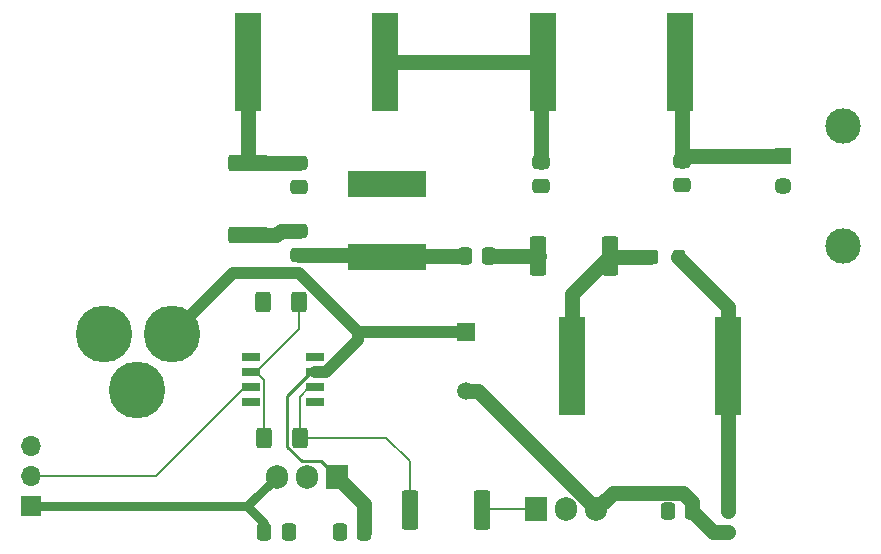
<source format=gtl>
%TF.GenerationSoftware,KiCad,Pcbnew,8.0.3-8.0.3-0~ubuntu23.10.1*%
%TF.CreationDate,2024-11-22T01:20:34-05:00*%
%TF.ProjectId,28mhz_class_e_amplifier_for_pi,32386d68-7a5f-4636-9c61-73735f655f61,alpha*%
%TF.SameCoordinates,Original*%
%TF.FileFunction,Copper,L1,Top*%
%TF.FilePolarity,Positive*%
%FSLAX46Y46*%
G04 Gerber Fmt 4.6, Leading zero omitted, Abs format (unit mm)*
G04 Created by KiCad (PCBNEW 8.0.3-8.0.3-0~ubuntu23.10.1) date 2024-11-22 01:20:34*
%MOMM*%
%LPD*%
G01*
G04 APERTURE LIST*
G04 Aperture macros list*
%AMRoundRect*
0 Rectangle with rounded corners*
0 $1 Rounding radius*
0 $2 $3 $4 $5 $6 $7 $8 $9 X,Y pos of 4 corners*
0 Add a 4 corners polygon primitive as box body*
4,1,4,$2,$3,$4,$5,$6,$7,$8,$9,$2,$3,0*
0 Add four circle primitives for the rounded corners*
1,1,$1+$1,$2,$3*
1,1,$1+$1,$4,$5*
1,1,$1+$1,$6,$7*
1,1,$1+$1,$8,$9*
0 Add four rect primitives between the rounded corners*
20,1,$1+$1,$2,$3,$4,$5,0*
20,1,$1+$1,$4,$5,$6,$7,0*
20,1,$1+$1,$6,$7,$8,$9,0*
20,1,$1+$1,$8,$9,$2,$3,0*%
G04 Aperture macros list end*
%TA.AperFunction,SMDPad,CuDef*%
%ADD10RoundRect,0.249999X-0.450001X-1.425001X0.450001X-1.425001X0.450001X1.425001X-0.450001X1.425001X0*%
%TD*%
%TA.AperFunction,SMDPad,CuDef*%
%ADD11RoundRect,0.250000X-0.337500X-0.475000X0.337500X-0.475000X0.337500X0.475000X-0.337500X0.475000X0*%
%TD*%
%TA.AperFunction,ComponentPad*%
%ADD12R,1.700000X1.700000*%
%TD*%
%TA.AperFunction,ComponentPad*%
%ADD13O,1.700000X1.700000*%
%TD*%
%TA.AperFunction,SMDPad,CuDef*%
%ADD14RoundRect,0.250000X0.337500X0.475000X-0.337500X0.475000X-0.337500X-0.475000X0.337500X-0.475000X0*%
%TD*%
%TA.AperFunction,SMDPad,CuDef*%
%ADD15R,2.290000X8.260000*%
%TD*%
%TA.AperFunction,SMDPad,CuDef*%
%ADD16RoundRect,0.250000X-0.475000X0.337500X-0.475000X-0.337500X0.475000X-0.337500X0.475000X0.337500X0*%
%TD*%
%TA.AperFunction,SMDPad,CuDef*%
%ADD17RoundRect,0.249999X0.450001X1.425001X-0.450001X1.425001X-0.450001X-1.425001X0.450001X-1.425001X0*%
%TD*%
%TA.AperFunction,ComponentPad*%
%ADD18O,1.905000X2.000000*%
%TD*%
%TA.AperFunction,ComponentPad*%
%ADD19R,1.905000X2.000000*%
%TD*%
%TA.AperFunction,ComponentPad*%
%ADD20C,4.800000*%
%TD*%
%TA.AperFunction,ComponentPad*%
%ADD21R,1.446000X1.446000*%
%TD*%
%TA.AperFunction,ComponentPad*%
%ADD22C,1.446000*%
%TD*%
%TA.AperFunction,ComponentPad*%
%ADD23C,3.000000*%
%TD*%
%TA.AperFunction,SMDPad,CuDef*%
%ADD24R,1.526000X0.650000*%
%TD*%
%TA.AperFunction,SMDPad,CuDef*%
%ADD25RoundRect,0.249999X1.425001X-0.450001X1.425001X0.450001X-1.425001X0.450001X-1.425001X-0.450001X0*%
%TD*%
%TA.AperFunction,SMDPad,CuDef*%
%ADD26RoundRect,0.237500X-0.237500X0.300000X-0.237500X-0.300000X0.237500X-0.300000X0.237500X0.300000X0*%
%TD*%
%TA.AperFunction,SMDPad,CuDef*%
%ADD27RoundRect,0.250000X-0.275000X-0.350000X0.275000X-0.350000X0.275000X0.350000X-0.275000X0.350000X0*%
%TD*%
%TA.AperFunction,SMDPad,CuDef*%
%ADD28R,6.730000X2.160000*%
%TD*%
%TA.AperFunction,ComponentPad*%
%ADD29R,1.500000X1.500000*%
%TD*%
%TA.AperFunction,ComponentPad*%
%ADD30C,1.500000*%
%TD*%
%TA.AperFunction,SMDPad,CuDef*%
%ADD31RoundRect,0.250000X0.400000X0.625000X-0.400000X0.625000X-0.400000X-0.625000X0.400000X-0.625000X0*%
%TD*%
%TA.AperFunction,ViaPad*%
%ADD32C,1.500000*%
%TD*%
%TA.AperFunction,ViaPad*%
%ADD33C,0.600000*%
%TD*%
%TA.AperFunction,Conductor*%
%ADD34C,1.250000*%
%TD*%
%TA.AperFunction,Conductor*%
%ADD35C,0.200000*%
%TD*%
%TA.AperFunction,Conductor*%
%ADD36C,0.750000*%
%TD*%
%TA.AperFunction,Conductor*%
%ADD37C,1.000000*%
%TD*%
%TA.AperFunction,Conductor*%
%ADD38C,0.250000*%
%TD*%
G04 APERTURE END LIST*
D10*
%TO.P,R0,1*%
%TO.N,Net-(U1-OUT)*%
X140400000Y-100450000D03*
%TO.P,R0,2*%
%TO.N,Net-(M1-G)*%
X146500000Y-100450000D03*
%TD*%
D11*
%TO.P,CS1,1*%
%TO.N,Net-(CL1-Pad2)*%
X145062500Y-79000000D03*
%TO.P,CS1,2*%
%TO.N,Net-(CS1-Pad2)*%
X147137500Y-79000000D03*
%TD*%
D12*
%TO.P,J3,1,Pin_1*%
%TO.N,Net-(J3-Pin_1)*%
X108350000Y-100155000D03*
D13*
%TO.P,J3,2,Pin_2*%
%TO.N,Net-(J3-Pin_2)*%
X108350000Y-97615000D03*
%TO.P,J3,3,Pin_3*%
%TO.N,0*%
X108350000Y-95075000D03*
%TD*%
D14*
%TO.P,C4,1*%
%TO.N,Net-(J2-POWER)*%
X136562500Y-102350000D03*
%TO.P,C4,2*%
%TO.N,0*%
X134487500Y-102350000D03*
%TD*%
D15*
%TO.P,LF1,1*%
%TO.N,Net-(CF2-Pad1)*%
X138280000Y-62500000D03*
%TO.P,LF1,2*%
%TO.N,Net-(CF1-Pad1)*%
X126720000Y-62500000D03*
%TD*%
D14*
%TO.P,C1,1*%
%TO.N,Net-(M1-D)*%
X164337500Y-100550000D03*
%TO.P,C1,2*%
%TO.N,0*%
X162262500Y-100550000D03*
%TD*%
D15*
%TO.P,L2_b1,1*%
%TO.N,Net-(L2_a1-Pad1)*%
X154145000Y-88300000D03*
%TO.P,L2_b1,2*%
%TO.N,Net-(C2-Pad1)*%
X167355000Y-88300000D03*
%TD*%
D16*
%TO.P,CL1,1*%
%TO.N,Net-(CL1-Pad1)*%
X131075000Y-76812500D03*
%TO.P,CL1,2*%
%TO.N,Net-(CL1-Pad2)*%
X131075000Y-78887500D03*
%TD*%
D17*
%TO.P,R1,1*%
%TO.N,Net-(L2_a1-Pad1)*%
X157350000Y-79000000D03*
%TO.P,R1,2*%
%TO.N,Net-(CS1-Pad2)*%
X151250000Y-79000000D03*
%TD*%
D16*
%TO.P,CF1,1*%
%TO.N,Net-(CF1-Pad1)*%
X131050000Y-71062500D03*
%TO.P,CF1,2*%
%TO.N,0*%
X131050000Y-73137500D03*
%TD*%
D18*
%TO.P,M1,1,D*%
%TO.N,0*%
X153640000Y-100425000D03*
D19*
%TO.P,M1,2,G*%
%TO.N,Net-(M1-G)*%
X151100000Y-100425000D03*
D18*
%TO.P,M1,3,S*%
%TO.N,Net-(M1-D)*%
X156180000Y-100425000D03*
%TD*%
D20*
%TO.P,J2,1,POWER*%
%TO.N,Net-(J2-POWER)*%
X120309500Y-85550000D03*
%TO.P,J2,2,GND_1*%
%TO.N,0*%
X114509500Y-85550000D03*
%TO.P,J2,3,GND_2*%
X117309500Y-90350000D03*
%TD*%
D11*
%TO.P,C3,1*%
%TO.N,Net-(J3-Pin_1)*%
X128087500Y-102350000D03*
%TO.P,C3,2*%
%TO.N,0*%
X130162500Y-102350000D03*
%TD*%
D21*
%TO.P,J1,1,In*%
%TO.N,Net-(J1-In)*%
X172000000Y-70500000D03*
D22*
%TO.P,J1,2,Ext*%
%TO.N,0*%
X172000000Y-73040000D03*
D23*
%TO.P,J1,MH1*%
%TO.N,N/C*%
X177080000Y-67960000D03*
%TO.P,J1,MH2*%
X177080000Y-78120000D03*
%TD*%
D16*
%TO.P,CF2,1*%
%TO.N,Net-(CF2-Pad1)*%
X151500000Y-70962500D03*
%TO.P,CF2,2*%
%TO.N,0*%
X151500000Y-73037500D03*
%TD*%
%TO.P,CF3,1*%
%TO.N,Net-(J1-In)*%
X163500000Y-70912500D03*
%TO.P,CF3,2*%
%TO.N,0*%
X163500000Y-72987500D03*
%TD*%
D24*
%TO.P,U1,1,IN+*%
%TO.N,N/C*%
X126938000Y-87545000D03*
%TO.P,U1,2,IN-*%
%TO.N,Net-(U1-IN-)*%
X126938000Y-88815000D03*
%TO.P,U1,3,OUT*%
%TO.N,Net-(J3-Pin_2)*%
X126938000Y-90085000D03*
%TO.P,U1,4,VCC*%
%TO.N,0*%
X126938000Y-91355000D03*
%TO.P,U1,5,VEE*%
%TO.N,N/C*%
X132362000Y-91355000D03*
%TO.P,U1,6*%
%TO.N,Net-(U1-OUT)*%
X132362000Y-90085000D03*
%TO.P,U1,7*%
%TO.N,Net-(J2-POWER)*%
X132362000Y-88815000D03*
%TO.P,U1,8*%
%TO.N,N/C*%
X132362000Y-87545000D03*
%TD*%
D25*
%TO.P,R2,1*%
%TO.N,Net-(CL1-Pad1)*%
X126700000Y-77200000D03*
%TO.P,R2,2*%
%TO.N,Net-(CF1-Pad1)*%
X126700000Y-71100000D03*
%TD*%
D26*
%TO.P,C2,1*%
%TO.N,Net-(C2-Pad1)*%
X167400000Y-100587500D03*
%TO.P,C2,2*%
%TO.N,Net-(M1-D)*%
X167400000Y-102312500D03*
%TD*%
D19*
%TO.P,U2,1,VI*%
%TO.N,Net-(J2-POWER)*%
X134240000Y-97655000D03*
D18*
%TO.P,U2,2,GND*%
%TO.N,0*%
X131700000Y-97655000D03*
%TO.P,U2,3,VO*%
%TO.N,Net-(J3-Pin_1)*%
X129160000Y-97655000D03*
%TD*%
D27*
%TO.P,L2_a1,1*%
%TO.N,Net-(L2_a1-Pad1)*%
X160900000Y-79050000D03*
%TO.P,L2_a1,2*%
%TO.N,Net-(C2-Pad1)*%
X163200000Y-79050000D03*
%TD*%
D28*
%TO.P,LI1,1*%
%TO.N,Net-(CL1-Pad2)*%
X138450000Y-79060000D03*
%TO.P,LI1,2*%
%TO.N,0*%
X138450000Y-72840000D03*
%TD*%
D29*
%TO.P,L1,1*%
%TO.N,Net-(J2-POWER)*%
X145200000Y-85425000D03*
D30*
%TO.P,L1,2*%
%TO.N,Net-(M1-D)*%
X145200000Y-90425000D03*
%TD*%
D31*
%TO.P,RI1,1*%
%TO.N,Net-(U1-IN-)*%
X131050000Y-82850000D03*
%TO.P,RI1,2*%
%TO.N,0*%
X127950000Y-82850000D03*
%TD*%
D15*
%TO.P,LF2,1*%
%TO.N,Net-(J1-In)*%
X163280000Y-62500000D03*
%TO.P,LF2,2*%
%TO.N,Net-(CF2-Pad1)*%
X151720000Y-62500000D03*
%TD*%
D31*
%TO.P,RF1,1*%
%TO.N,Net-(U1-OUT)*%
X131150000Y-94350000D03*
%TO.P,RF1,2*%
%TO.N,Net-(U1-IN-)*%
X128050000Y-94350000D03*
%TD*%
D32*
%TO.N,0*%
X138450000Y-72875000D03*
D33*
X130650000Y-72875000D03*
X163500000Y-73250000D03*
X127700000Y-83250000D03*
X131050000Y-73400000D03*
X129900000Y-101950000D03*
X163100000Y-72725000D03*
X128225000Y-82850000D03*
X162000000Y-100150000D03*
X131450000Y-72875000D03*
X151500000Y-73300000D03*
X134750000Y-102350000D03*
X151900000Y-72775000D03*
X151100000Y-72775000D03*
X126500000Y-91350000D03*
X130425000Y-102350000D03*
X134225000Y-102750000D03*
X163900000Y-72725000D03*
X134225000Y-101950000D03*
X162000000Y-100950000D03*
X127700000Y-82450000D03*
X162525000Y-100550000D03*
X129900000Y-102750000D03*
X127375000Y-91350000D03*
%TD*%
D34*
%TO.N,Net-(M1-D)*%
X164337500Y-100550000D02*
X166100000Y-102312500D01*
X163512500Y-99000000D02*
X164337500Y-99825000D01*
X164337500Y-99825000D02*
X164337500Y-100550000D01*
X156180000Y-100425000D02*
X156180000Y-100377500D01*
X156180000Y-100377500D02*
X146227500Y-90425000D01*
X146227500Y-90425000D02*
X145200000Y-90425000D01*
X163512500Y-99000000D02*
X157605000Y-99000000D01*
X157605000Y-99000000D02*
X156180000Y-100425000D01*
D35*
%TO.N,0*%
X163525000Y-72925000D02*
X163500000Y-72900000D01*
X117309500Y-88350000D02*
X117309500Y-90350000D01*
X163575000Y-72925000D02*
X163525000Y-72925000D01*
%TO.N,Net-(U1-IN-)*%
X127376000Y-88815000D02*
X131050000Y-85141000D01*
X128050000Y-89489000D02*
X128050000Y-94350000D01*
X131050000Y-82850000D02*
X130975000Y-82850000D01*
X126938000Y-88815000D02*
X127376000Y-88815000D01*
X130975000Y-82850000D02*
X130950000Y-82825000D01*
X131050000Y-85141000D02*
X131050000Y-82850000D01*
X127376000Y-88815000D02*
X128050000Y-89489000D01*
%TO.N,Net-(U1-OUT)*%
X131150000Y-90859000D02*
X131150000Y-94350000D01*
X138400000Y-94350000D02*
X140400000Y-96350000D01*
X132362000Y-90085000D02*
X131924000Y-90085000D01*
X131150000Y-94350000D02*
X138400000Y-94350000D01*
X140400000Y-96350000D02*
X140400000Y-100450000D01*
X131924000Y-90085000D02*
X131150000Y-90859000D01*
%TO.N,Net-(C2-Pad1)*%
X167400000Y-96575000D02*
X167450000Y-96575000D01*
X167450000Y-96575000D02*
X167450000Y-95925000D01*
D34*
X167355000Y-83292500D02*
X163112500Y-79050000D01*
X167355000Y-83292500D02*
X167355000Y-88300000D01*
X167400000Y-88345000D02*
X167400000Y-100587500D01*
D35*
X167400000Y-88345000D02*
X167355000Y-88300000D01*
D36*
%TO.N,Net-(J3-Pin_1)*%
X126660000Y-100155000D02*
X128087500Y-101582500D01*
X128087500Y-101582500D02*
X128087500Y-102350000D01*
X126660000Y-100155000D02*
X108350000Y-100155000D01*
X129160000Y-97655000D02*
X126660000Y-100155000D01*
D35*
%TO.N,Net-(CF1-Pad1)*%
X126720000Y-71167500D02*
X126700000Y-71187500D01*
X126737500Y-71150000D02*
X126700000Y-71187500D01*
X126737500Y-71062500D02*
X126720000Y-71045000D01*
D34*
X126720000Y-71045000D02*
X126720000Y-62500000D01*
D35*
X126737500Y-71062500D02*
X126700000Y-71100000D01*
D34*
X131050000Y-71062500D02*
X126737500Y-71062500D01*
%TO.N,Net-(CF2-Pad1)*%
X151500000Y-70962500D02*
X151500000Y-62720000D01*
D35*
X151720000Y-70830000D02*
X151500000Y-71050000D01*
X151500000Y-62720000D02*
X151720000Y-62500000D01*
D34*
X138280000Y-62500000D02*
X151720000Y-62500000D01*
D35*
%TO.N,Net-(CL1-Pad1)*%
X130862500Y-77112500D02*
X131050000Y-77300000D01*
D34*
X129512500Y-76812500D02*
X131075000Y-76812500D01*
X129125000Y-77200000D02*
X126700000Y-77200000D01*
D35*
X127087500Y-76812500D02*
X126700000Y-77200000D01*
D34*
X129512500Y-76812500D02*
X129125000Y-77200000D01*
D35*
%TO.N,Net-(J1-In)*%
X163500000Y-62720000D02*
X163280000Y-62500000D01*
X163280000Y-70780000D02*
X163500000Y-71000000D01*
X163912500Y-70500000D02*
X163500000Y-70912500D01*
X164000000Y-70500000D02*
X163500000Y-71000000D01*
D34*
X163500000Y-70912500D02*
X163500000Y-62720000D01*
X172000000Y-70500000D02*
X163912500Y-70500000D01*
D35*
%TO.N,Net-(CL1-Pad2)*%
X138310000Y-79200000D02*
X138450000Y-79060000D01*
X138277500Y-78887500D02*
X138450000Y-79060000D01*
X138510000Y-79000000D02*
X138450000Y-79060000D01*
D34*
X145001250Y-79000000D02*
X138448750Y-79000000D01*
X131075000Y-78887500D02*
X138277500Y-78887500D01*
%TO.N,Net-(CS1-Pad2)*%
X151331250Y-79000000D02*
X147218750Y-79000000D01*
D35*
%TO.N,Net-(J2-POWER)*%
X132030000Y-88815000D02*
X132362000Y-88815000D01*
D37*
X136000430Y-85425000D02*
X136000430Y-86099570D01*
X120309500Y-85550000D02*
X125419500Y-80440000D01*
D35*
X132800000Y-88815000D02*
X132362000Y-88815000D01*
D37*
X133285000Y-88815000D02*
X132362000Y-88815000D01*
X125419500Y-80440000D02*
X131015430Y-80440000D01*
D35*
X131944000Y-88815000D02*
X132362000Y-88815000D01*
D38*
X130050000Y-95095100D02*
X131284900Y-96330000D01*
D37*
X136000430Y-86099570D02*
X133285000Y-88815000D01*
X136000430Y-85425000D02*
X145200000Y-85425000D01*
D38*
X130050000Y-90795000D02*
X132030000Y-88815000D01*
D37*
X131015430Y-80440000D02*
X136000430Y-85425000D01*
D38*
X130050000Y-90795000D02*
X130050000Y-95095100D01*
X131284900Y-96330000D02*
X132915000Y-96330000D01*
D34*
X136562500Y-99977500D02*
X134240000Y-97655000D01*
X136562500Y-99977500D02*
X136562500Y-102350000D01*
D38*
X132915000Y-96330000D02*
X134240000Y-97655000D01*
D35*
%TO.N,Net-(J3-Pin_2)*%
X126938000Y-90085000D02*
X126500000Y-90085000D01*
X126500000Y-90085000D02*
X118970000Y-97615000D01*
X126810000Y-90085000D02*
X126800000Y-90075000D01*
X118970000Y-97615000D02*
X108350000Y-97615000D01*
D34*
%TO.N,Net-(L2_a1-Pad1)*%
X157675000Y-79050000D02*
X160775000Y-79050000D01*
X154145000Y-82205000D02*
X154145000Y-88300000D01*
D35*
X157350000Y-79000000D02*
X157750000Y-79000000D01*
X157400000Y-79050000D02*
X157350000Y-79000000D01*
X157312500Y-79050000D02*
X157262500Y-79000000D01*
X157750000Y-79000000D02*
X157800000Y-79050000D01*
D34*
X154145000Y-82205000D02*
X157350000Y-79000000D01*
D35*
%TO.N,Net-(M1-G)*%
X151100000Y-100425000D02*
X146437500Y-100425000D01*
D34*
%TO.N,Net-(M1-D)*%
X166100000Y-102312500D02*
X167400000Y-102312500D01*
%TD*%
M02*

</source>
